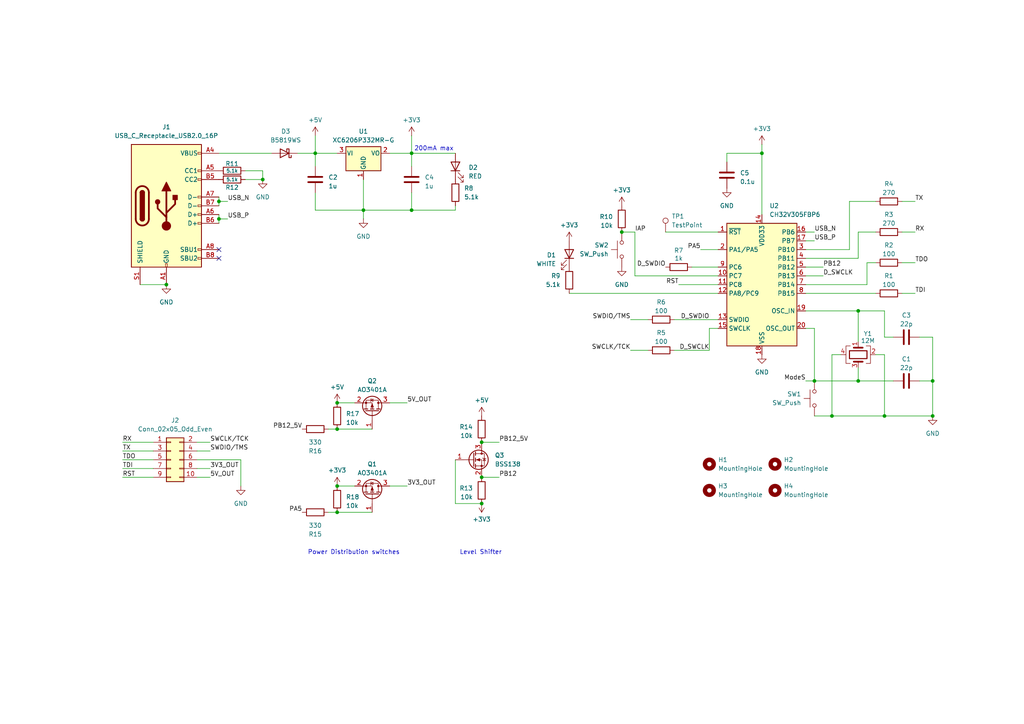
<source format=kicad_sch>
(kicad_sch (version 20231120) (generator "eeschema") (generator_version "8.0")
  (paper "A4")
  (title_block (title "WCH-LinkE-Mini") (rev "v1.3.0"))
  (lib_symbols
    (symbol "Connector:TestPoint" (pin_numbers hide) (pin_names (offset 0.762) hide)
      (property "Reference" "TP" (at 0 6.858 0))
      (property "Value" "TestPoint" (at 0 5.08 0))
      (symbol "TestPoint_0_1"
        (circle (center 0 3.302) (radius 0.762))
      )
      (symbol "TestPoint_1_1"
        (pin passive line (at 0 0 90) (length 2.54) (name "1") (number "1"))
      )
    )
    (symbol "Connector:USB_C_Receptacle_USB2.0_16P" (pin_names (offset 1.016))
      (property "Reference" "J" (at 0 22.225 0))
      (property "Value" "USB_C_Receptacle_USB2.0_16P" (at 0 19.685 0))
      (symbol "USB_C_Receptacle_USB2.0_16P_0_0"
        (rectangle (start -0.254 -17.78) (end 0.254 -16.764))
        (rectangle (start 10.16 -14.986) (end 9.144 -15.494))
        (rectangle (start 10.16 -12.446) (end 9.144 -12.954))
        (rectangle (start 10.16 -4.826) (end 9.144 -5.334))
        (rectangle (start 10.16 -2.286) (end 9.144 -2.794))
        (rectangle (start 10.16 0.254) (end 9.144 -0.254))
        (rectangle (start 10.16 2.794) (end 9.144 2.286))
        (rectangle (start 10.16 7.874) (end 9.144 7.366))
        (rectangle (start 10.16 10.414) (end 9.144 9.906))
        (rectangle (start 10.16 15.494) (end 9.144 14.986))
      )
      (symbol "USB_C_Receptacle_USB2.0_16P_0_1"
        (rectangle (start -10.16 17.78) (end 10.16 -17.78) (stroke (width 0.254)) (fill (type background)))
        (arc (start -8.89 -3.81) (mid -6.985 -5.7067) (end -5.08 -3.81) (stroke (width 0.508)))
        (arc (start -7.62 -3.81) (mid -6.985 -4.4423) (end -6.35 -3.81) (stroke (width 0.254)))
        (arc (start -7.62 -3.81) (mid -6.985 -4.4423) (end -6.35 -3.81) (stroke (width 0.254)) (fill (type outline)))
        (rectangle (start -7.62 -3.81) (end -6.35 3.81) (stroke (width 0.254)) (fill (type outline)))
        (arc (start -6.35 3.81) (mid -6.985 4.4423) (end -7.62 3.81) (stroke (width 0.254)))
        (arc (start -6.35 3.81) (mid -6.985 4.4423) (end -7.62 3.81) (stroke (width 0.254)) (fill (type outline)))
        (arc (start -5.08 3.81) (mid -6.985 5.7067) (end -8.89 3.81) (stroke (width 0.508)))
        (circle (center -2.54 1.143) (radius 0.635) (stroke (width 0.254)) (fill (type outline)))
        (circle (center 0 -5.842) (radius 1.27) (fill (type outline)))
        (polyline (pts (xy -8.89 -3.81) (xy -8.89 3.81)) (stroke (width 0.508)))
        (polyline (pts (xy -5.08 3.81) (xy -5.08 -3.81)) (stroke (width 0.508)))
        (polyline (pts (xy 0 -5.842) (xy 0 4.318)) (stroke (width 0.508)))
        (polyline (pts (xy 0 -3.302) (xy -2.54 -0.762) (xy -2.54 0.508)) (stroke (width 0.508)))
        (polyline (pts (xy 0 -2.032) (xy 2.54 0.508) (xy 2.54 1.778)) (stroke (width 0.508)))
        (polyline (pts (xy -1.27 4.318) (xy 0 6.858) (xy 1.27 4.318) (xy -1.27 4.318)) (stroke (width 0.254)) (fill (type outline)))
        (rectangle (start 1.905 1.778) (end 3.175 3.048) (stroke (width 0.254)) (fill (type outline)))
      )
      (symbol "USB_C_Receptacle_USB2.0_16P_1_1"
        (pin passive line (at 0 -22.86 90) (length 5.08) (name "GND") (number "A1"))
        (pin passive line (at 0 -22.86 90) (length 5.08) hide (name "GND") (number "A12"))
        (pin passive line (at 15.24 15.24 180) (length 5.08) (name "VBUS") (number "A4"))
        (pin bidirectional line (at 15.24 10.16 180) (length 5.08) (name "CC1") (number "A5"))
        (pin bidirectional line (at 15.24 -2.54 180) (length 5.08) (name "D+") (number "A6"))
        (pin bidirectional line (at 15.24 2.54 180) (length 5.08) (name "D-") (number "A7"))
        (pin bidirectional line (at 15.24 -12.7 180) (length 5.08) (name "SBU1") (number "A8"))
        (pin passive line (at 15.24 15.24 180) (length 5.08) hide (name "VBUS") (number "A9"))
        (pin passive line (at 0 -22.86 90) (length 5.08) hide (name "GND") (number "B1"))
        (pin passive line (at 0 -22.86 90) (length 5.08) hide (name "GND") (number "B12"))
        (pin passive line (at 15.24 15.24 180) (length 5.08) hide (name "VBUS") (number "B4"))
        (pin bidirectional line (at 15.24 7.62 180) (length 5.08) (name "CC2") (number "B5"))
        (pin bidirectional line (at 15.24 -5.08 180) (length 5.08) (name "D+") (number "B6"))
        (pin bidirectional line (at 15.24 0 180) (length 5.08) (name "D-") (number "B7"))
        (pin bidirectional line (at 15.24 -15.24 180) (length 5.08) (name "SBU2") (number "B8"))
        (pin passive line (at 15.24 15.24 180) (length 5.08) hide (name "VBUS") (number "B9"))
        (pin passive line (at -7.62 -22.86 90) (length 5.08) (name "SHIELD") (number "S1"))
      )
    )
    (symbol "Connector_Generic:Conn_02x05_Odd_Even" (pin_names (offset 1.016) hide)
      (property "Reference" "J" (at 1.27 7.62 0))
      (property "Value" "Conn_02x05_Odd_Even" (at 1.27 -7.62 0))
      (symbol "Conn_02x05_Odd_Even_1_1"
        (rectangle (start -1.27 -4.953) (end 0 -5.207) (stroke (width 0.1524)))
        (rectangle (start -1.27 -2.413) (end 0 -2.667) (stroke (width 0.1524)))
        (rectangle (start -1.27 0.127) (end 0 -0.127) (stroke (width 0.1524)))
        (rectangle (start -1.27 2.667) (end 0 2.413) (stroke (width 0.1524)))
        (rectangle (start -1.27 5.207) (end 0 4.953) (stroke (width 0.1524)))
        (rectangle (start -1.27 6.35) (end 3.81 -6.35) (stroke (width 0.254)) (fill (type background)))
        (rectangle (start 3.81 -4.953) (end 2.54 -5.207) (stroke (width 0.1524)))
        (rectangle (start 3.81 -2.413) (end 2.54 -2.667) (stroke (width 0.1524)))
        (rectangle (start 3.81 0.127) (end 2.54 -0.127) (stroke (width 0.1524)))
        (rectangle (start 3.81 2.667) (end 2.54 2.413) (stroke (width 0.1524)))
        (rectangle (start 3.81 5.207) (end 2.54 4.953) (stroke (width 0.1524)))
        (pin passive line (at -5.08 5.08 0) (length 3.81) (name "Pin_1") (number "1"))
        (pin passive line (at 7.62 -5.08 180) (length 3.81) (name "Pin_10") (number "10"))
        (pin passive line (at 7.62 5.08 180) (length 3.81) (name "Pin_2") (number "2"))
        (pin passive line (at -5.08 2.54 0) (length 3.81) (name "Pin_3") (number "3"))
        (pin passive line (at 7.62 2.54 180) (length 3.81) (name "Pin_4") (number "4"))
        (pin passive line (at -5.08 0 0) (length 3.81) (name "Pin_5") (number "5"))
        (pin passive line (at 7.62 0 180) (length 3.81) (name "Pin_6") (number "6"))
        (pin passive line (at -5.08 -2.54 0) (length 3.81) (name "Pin_7") (number "7"))
        (pin passive line (at 7.62 -2.54 180) (length 3.81) (name "Pin_8") (number "8"))
        (pin passive line (at -5.08 -5.08 0) (length 3.81) (name "Pin_9") (number "9"))
      )
    )
    (symbol "Device:C" (pin_numbers hide) (pin_names (offset 0.254))
      (property "Reference" "C" (at 0.635 2.54 0))
      (property "Value" "C" (at 0.635 -2.54 0))
      (symbol "C_0_1"
        (polyline (pts (xy -2.032 -0.762) (xy 2.032 -0.762)) (stroke (width 0.508)))
        (polyline (pts (xy -2.032 0.762) (xy 2.032 0.762)) (stroke (width 0.508)))
      )
      (symbol "C_1_1"
        (pin passive line (at 0 3.81 270) (length 2.794) (name "~") (number "1"))
        (pin passive line (at 0 -3.81 90) (length 2.794) (name "~") (number "2"))
      )
    )
    (symbol "Device:Crystal_GND24" (pin_names (offset 1.016) hide)
      (property "Reference" "Y" (at 3.175 5.08 0))
      (property "Value" "Crystal_GND24" (at 3.175 3.175 0))
      (symbol "Crystal_GND24_0_1"
        (rectangle (start -1.143 2.54) (end 1.143 -2.54) (stroke (width 0.3048)))
        (polyline (pts (xy -2.54 0) (xy -2.032 0)))
        (polyline (pts (xy -2.032 -1.27) (xy -2.032 1.27)) (stroke (width 0.508)))
        (polyline (pts (xy 0 -3.81) (xy 0 -3.556)))
        (polyline (pts (xy 0 3.556) (xy 0 3.81)))
        (polyline (pts (xy 2.032 -1.27) (xy 2.032 1.27)) (stroke (width 0.508)))
        (polyline (pts (xy 2.032 0) (xy 2.54 0)))
        (polyline (pts (xy -2.54 -2.286) (xy -2.54 -3.556) (xy 2.54 -3.556) (xy 2.54 -2.286)))
        (polyline (pts (xy -2.54 2.286) (xy -2.54 3.556) (xy 2.54 3.556) (xy 2.54 2.286)))
      )
      (symbol "Crystal_GND24_1_1"
        (pin passive line (at -3.81 0 0) (length 1.27) (name "1") (number "1"))
        (pin passive line (at 0 5.08 270) (length 1.27) (name "2") (number "2"))
        (pin passive line (at 3.81 0 180) (length 1.27) (name "3") (number "3"))
        (pin passive line (at 0 -5.08 90) (length 1.27) (name "4") (number "4"))
      )
    )
    (symbol "Device:D_Schottky" (pin_numbers hide) (pin_names (offset 1.016) hide)
      (property "Reference" "D" (at 0 2.54 0))
      (property "Value" "D_Schottky" (at 0 -2.54 0))
      (symbol "D_Schottky_0_1"
        (polyline (pts (xy 1.27 0) (xy -1.27 0)))
        (polyline (pts (xy 1.27 1.27) (xy 1.27 -1.27) (xy -1.27 0) (xy 1.27 1.27)) (stroke (width 0.254)))
        (polyline (pts (xy -1.905 0.635) (xy -1.905 1.27) (xy -1.27 1.27) (xy -1.27 -1.27) (xy -0.635 -1.27) (xy -0.635 -0.635)) (stroke (width 0.254)))
      )
      (symbol "D_Schottky_1_1"
        (pin passive line (at -3.81 0 0) (length 2.54) (name "K") (number "1"))
        (pin passive line (at 3.81 0 180) (length 2.54) (name "A") (number "2"))
      )
    )
    (symbol "Device:LED" (pin_numbers hide) (pin_names (offset 1.016) hide)
      (property "Reference" "D" (at 0 2.54 0))
      (property "Value" "LED" (at 0 -2.54 0))
      (symbol "LED_0_1"
        (polyline (pts (xy -1.27 -1.27) (xy -1.27 1.27)) (stroke (width 0.254)))
        (polyline (pts (xy -1.27 0) (xy 1.27 0)))
        (polyline (pts (xy 1.27 -1.27) (xy 1.27 1.27) (xy -1.27 0) (xy 1.27 -1.27)) (stroke (width 0.254)))
        (polyline (pts (xy -3.048 -0.762) (xy -4.572 -2.286) (xy -3.81 -2.286) (xy -4.572 -2.286) (xy -4.572 -1.524)))
        (polyline (pts (xy -1.778 -0.762) (xy -3.302 -2.286) (xy -2.54 -2.286) (xy -3.302 -2.286) (xy -3.302 -1.524)))
      )
      (symbol "LED_1_1"
        (pin passive line (at -3.81 0 0) (length 2.54) (name "K") (number "1"))
        (pin passive line (at 3.81 0 180) (length 2.54) (name "A") (number "2"))
      )
    )
    (symbol "Device:R" (pin_numbers hide) (pin_names (offset 0))
      (property "Reference" "R" (at 2.032 0 90))
      (property "Value" "R" (at 0 0 90))
      (symbol "R_0_1"
        (rectangle (start -1.016 -2.54) (end 1.016 2.54) (stroke (width 0.254)))
      )
      (symbol "R_1_1"
        (pin passive line (at 0 3.81 270) (length 1.27) (name "~") (number "1"))
        (pin passive line (at 0 -3.81 90) (length 1.27) (name "~") (number "2"))
      )
    )
    (symbol "MCU_WCH_CH32V3:CH32V30xFxPx"
      (property "Reference" "U" (at -10.16 20.32 0))
      (property "Value" "CH32V30xFxPx" (at 2.54 20.32 0))
      (symbol "CH32V30xFxPx_1_1"
        (rectangle (start -10.16 17.78) (end 10.16 -17.78) (stroke (width 0.254)) (fill (type background)))
        (pin input line (at -12.7 15.24 0) (length 2.54) (name "~{RST}") (number "1"))
        (pin bidirectional line (at -12.7 2.54 0) (length 2.54) (name "PC7") (number "10"))
        (pin bidirectional line (at -12.7 0 0) (length 2.54) (name "PC8") (number "11"))
        (pin bidirectional line (at -12.7 -2.54 0) (length 2.54) (name "PA8/PC9") (number "12"))
        (pin bidirectional line (at -12.7 -10.16 0) (length 2.54) (name "SWDIO") (number "13"))
        (pin power_in line (at 0 20.32 270) (length 2.54) (name "VDD33") (number "14"))
        (pin bidirectional line (at -12.7 -12.7 0) (length 2.54) (name "SWCLK") (number "15"))
        (pin bidirectional line (at 12.7 15.24 180) (length 2.54) (name "PB6") (number "16"))
        (pin bidirectional line (at 12.7 12.7 180) (length 2.54) (name "PB7") (number "17"))
        (pin power_in line (at 0 -20.32 90) (length 2.54) (name "VSS") (number "18"))
        (pin bidirectional line (at 12.7 -7.62 180) (length 2.54) (name "OSC_IN") (number "19"))
        (pin bidirectional line (at -12.7 10.16 0) (length 2.54) (name "PA1/PA5") (number "2"))
        (pin bidirectional line (at 12.7 -12.7 180) (length 2.54) (name "OSC_OUT") (number "20"))
        (pin bidirectional line (at 12.7 10.16 180) (length 2.54) (name "PB10") (number "3"))
        (pin bidirectional line (at 12.7 7.62 180) (length 2.54) (name "PB11") (number "4"))
        (pin bidirectional line (at 12.7 5.08 180) (length 2.54) (name "PB12") (number "5"))
        (pin bidirectional line (at 12.7 2.54 180) (length 2.54) (name "PB13") (number "6"))
        (pin bidirectional line (at 12.7 0 180) (length 2.54) (name "PB14") (number "7"))
        (pin bidirectional line (at 12.7 -2.54 180) (length 2.54) (name "PB15") (number "8"))
        (pin bidirectional line (at -12.7 5.08 0) (length 2.54) (name "PC6") (number "9"))
      )
    )
    (symbol "Mechanical:MountingHole" (pin_names (offset 1.016)) (exclude_from_sim yes) (in_bom no)
      (property "Reference" "H" (at 0 5.08 0))
      (property "Value" "MountingHole" (at 0 3.175 0))
      (symbol "MountingHole_0_1"
        (circle (center 0 0) (radius 1.27) (stroke (width 1.27)))
      )
    )
    (symbol "Regulator_Linear:XC6206PxxxMR" (pin_names (offset 0.254))
      (property "Reference" "U" (at -3.81 3.175 0))
      (property "Value" "XC6206PxxxMR" (at 0 3.175 0))
      (symbol "XC6206PxxxMR_0_1"
        (rectangle (start -5.08 1.905) (end 5.08 -5.08) (stroke (width 0.254)) (fill (type background)))
      )
      (symbol "XC6206PxxxMR_1_1"
        (pin power_in line (at 0 -7.62 90) (length 2.54) (name "GND") (number "1"))
        (pin power_out line (at 7.62 0 180) (length 2.54) (name "VO") (number "2"))
        (pin power_in line (at -7.62 0 0) (length 2.54) (name "VI") (number "3"))
      )
    )
    (symbol "Switch:SW_Push" (pin_numbers hide) (pin_names (offset 1.016) hide)
      (property "Reference" "SW" (at 1.27 2.54 0))
      (property "Value" "SW_Push" (at 0 -1.524 0))
      (symbol "SW_Push_0_1"
        (circle (center -2.032 0) (radius 0.508))
        (polyline (pts (xy 0 1.27) (xy 0 3.048)))
        (polyline (pts (xy 2.54 1.27) (xy -2.54 1.27)))
        (circle (center 2.032 0) (radius 0.508))
        (pin passive line (at -5.08 0 0) (length 2.54) (name "1") (number "1"))
        (pin passive line (at 5.08 0 180) (length 2.54) (name "2") (number "2"))
      )
    )
    (symbol "Transistor_FET:AO3401A" (pin_names hide)
      (property "Reference" "Q" (at 5.08 1.905 0))
      (property "Value" "AO3401A" (at 5.08 0 0))
      (symbol "AO3401A_0_1"
        (polyline (pts (xy 0.254 0) (xy -2.54 0)))
        (polyline (pts (xy 0.254 1.905) (xy 0.254 -1.905)) (stroke (width 0.254)))
        (polyline (pts (xy 0.762 -1.27) (xy 0.762 -2.286)) (stroke (width 0.254)))
        (polyline (pts (xy 0.762 0.508) (xy 0.762 -0.508)) (stroke (width 0.254)))
        (polyline (pts (xy 0.762 2.286) (xy 0.762 1.27)) (stroke (width 0.254)))
        (polyline (pts (xy 2.54 2.54) (xy 2.54 1.778)))
        (polyline (pts (xy 2.54 -2.54) (xy 2.54 0) (xy 0.762 0)))
        (polyline (pts (xy 0.762 1.778) (xy 3.302 1.778) (xy 3.302 -1.778) (xy 0.762 -1.778)))
        (polyline (pts (xy 2.286 0) (xy 1.27 0.381) (xy 1.27 -0.381) (xy 2.286 0)) (fill (type outline)))
        (polyline (pts (xy 2.794 -0.508) (xy 2.921 -0.381) (xy 3.683 -0.381) (xy 3.81 -0.254)))
        (polyline (pts (xy 3.302 -0.381) (xy 2.921 0.254) (xy 3.683 0.254) (xy 3.302 -0.381)))
        (circle (center 1.651 0) (radius 2.794) (stroke (width 0.254)))
        (circle (center 2.54 -1.778) (radius 0.254) (fill (type outline)))
        (circle (center 2.54 1.778) (radius 0.254) (fill (type outline)))
      )
      (symbol "AO3401A_1_1"
        (pin input line (at -5.08 0 0) (length 2.54) (name "G") (number "1"))
        (pin passive line (at 2.54 -5.08 90) (length 2.54) (name "S") (number "2"))
        (pin passive line (at 2.54 5.08 270) (length 2.54) (name "D") (number "3"))
      )
    )
    (symbol "Transistor_FET:BSS138" (pin_names hide)
      (property "Reference" "Q" (at 5.08 1.905 0))
      (property "Value" "BSS138" (at 5.08 0 0))
      (symbol "BSS138_0_1"
        (polyline (pts (xy 0.254 0) (xy -2.54 0)))
        (polyline (pts (xy 0.254 1.905) (xy 0.254 -1.905)) (stroke (width 0.254)))
        (polyline (pts (xy 0.762 -1.27) (xy 0.762 -2.286)) (stroke (width 0.254)))
        (polyline (pts (xy 0.762 0.508) (xy 0.762 -0.508)) (stroke (width 0.254)))
        (polyline (pts (xy 0.762 2.286) (xy 0.762 1.27)) (stroke (width 0.254)))
        (polyline (pts (xy 2.54 2.54) (xy 2.54 1.778)))
        (polyline (pts (xy 2.54 -2.54) (xy 2.54 0) (xy 0.762 0)))
        (polyline (pts (xy 0.762 -1.778) (xy 3.302 -1.778) (xy 3.302 1.778) (xy 0.762 1.778)))
        (polyline (pts (xy 1.016 0) (xy 2.032 0.381) (xy 2.032 -0.381) (xy 1.016 0)) (fill (type outline)))
        (polyline (pts (xy 2.794 0.508) (xy 2.921 0.381) (xy 3.683 0.381) (xy 3.81 0.254)))
        (polyline (pts (xy 3.302 0.381) (xy 2.921 -0.254) (xy 3.683 -0.254) (xy 3.302 0.381)))
        (circle (center 1.651 0) (radius 2.794) (stroke (width 0.254)))
        (circle (center 2.54 -1.778) (radius 0.254) (fill (type outline)))
        (circle (center 2.54 1.778) (radius 0.254) (fill (type outline)))
      )
      (symbol "BSS138_1_1"
        (pin input line (at -5.08 0 0) (length 2.54) (name "G") (number "1"))
        (pin passive line (at 2.54 -5.08 90) (length 2.54) (name "S") (number "2"))
        (pin passive line (at 2.54 5.08 270) (length 2.54) (name "D") (number "3"))
      )
    )
    (symbol "power:+3V3" (power) (pin_numbers hide) (pin_names (offset 0) hide)
      (property "Value" "+3V3" (at 0 3.556 0))
      (symbol "+3V3_0_1"
        (polyline (pts (xy -0.762 1.27) (xy 0 2.54)))
        (polyline (pts (xy 0 0) (xy 0 2.54)))
        (polyline (pts (xy 0 2.54) (xy 0.762 1.27)))
      )
      (symbol "+3V3_1_1"
        (pin power_in line (at 0 0 90) (length 0) (name "~") (number "1"))
      )
    )
    (symbol "power:+5V" (power) (pin_numbers hide) (pin_names (offset 0) hide)
      (property "Value" "+5V" (at 0 3.556 0))
      (symbol "+5V_0_1"
        (polyline (pts (xy -0.762 1.27) (xy 0 2.54)))
        (polyline (pts (xy 0 0) (xy 0 2.54)))
        (polyline (pts (xy 0 2.54) (xy 0.762 1.27)))
      )
      (symbol "+5V_1_1"
        (pin power_in line (at 0 0 90) (length 0) (name "~") (number "1"))
      )
    )
    (symbol "power:GND" (power) (pin_numbers hide) (pin_names (offset 0) hide)
      (property "Value" "GND" (at 0 -3.81 0))
      (symbol "GND_0_1"
        (polyline (pts (xy 0 0) (xy 0 -1.27) (xy 1.27 -1.27) (xy 0 -2.54) (xy -1.27 -1.27) (xy 0 -1.27)))
      )
      (symbol "GND_1_1"
        (pin power_in line (at 0 0 270) (length 0) (name "~") (number "1"))
      )
    )
  )
  (junction (at 105.41 60.96))
  (junction (at 97.79 140.97))
  (junction (at 97.79 148.59))
  (junction (at 236.22 110.49))
  (junction (at 270.51 120.65))
  (junction (at 63.5 58.42))
  (junction (at 91.44 44.45))
  (junction (at 48.26 82.55))
  (junction (at 220.98 44.45))
  (junction (at 97.79 124.46))
  (junction (at 139.7 146.05))
  (junction (at 63.5 63.5))
  (junction (at 119.38 44.45))
  (junction (at 76.2 52.07))
  (junction (at 270.51 110.49))
  (junction (at 139.7 128.27))
  (junction (at 97.79 116.84))
  (junction (at 248.92 110.49))
  (junction (at 256.54 120.65))
  (junction (at 180.34 67.31))
  (junction (at 119.38 60.96))
  (junction (at 248.92 90.17))
  (junction (at 139.7 138.43))
  (junction (at 241.3 120.65))
  (no_connect (at 63.5 72.39))
  (no_connect (at 63.5 74.93))
  (wire (pts (xy 132.08 59.69) (xy 132.08 60.96)))
  (wire (pts (xy 254 102.87) (xy 256.54 102.87)))
  (wire (pts (xy 91.44 44.45) (xy 97.79 44.45)))
  (wire (pts (xy 256.54 120.65) (xy 270.51 120.65)))
  (wire (pts (xy 220.98 44.45) (xy 220.98 62.23)))
  (wire (pts (xy 165.1 85.09) (xy 208.28 85.09)))
  (wire (pts (xy 233.68 110.49) (xy 236.22 110.49)))
  (wire (pts (xy 35.56 138.43) (xy 44.45 138.43)))
  (wire (pts (xy 184.15 67.31) (xy 180.34 67.31)))
  (wire (pts (xy 57.15 138.43) (xy 60.96 138.43)))
  (wire (pts (xy 97.79 116.84) (xy 102.87 116.84)))
  (wire (pts (xy 203.2 72.39) (xy 208.28 72.39)))
  (wire (pts (xy 119.38 55.88) (xy 119.38 60.96)))
  (wire (pts (xy 95.25 148.59) (xy 97.79 148.59)))
  (wire (pts (xy 113.03 44.45) (xy 119.38 44.45)))
  (wire (pts (xy 205.74 101.6) (xy 205.74 95.25)))
  (wire (pts (xy 35.56 135.89) (xy 44.45 135.89)))
  (wire (pts (xy 265.43 85.09) (xy 261.62 85.09)))
  (wire (pts (xy 132.08 146.05) (xy 139.7 146.05)))
  (wire (pts (xy 233.68 72.39) (xy 246.38 72.39)))
  (wire (pts (xy 236.22 110.49) (xy 248.92 110.49)))
  (wire (pts (xy 66.04 63.5) (xy 63.5 63.5)))
  (wire (pts (xy 236.22 95.25) (xy 233.68 95.25)))
  (wire (pts (xy 95.25 124.46) (xy 97.79 124.46)))
  (wire (pts (xy 256.54 102.87) (xy 256.54 120.65)))
  (wire (pts (xy 248.92 90.17) (xy 256.54 90.17)))
  (wire (pts (xy 105.41 63.5) (xy 105.41 60.96)))
  (wire (pts (xy 57.15 135.89) (xy 60.96 135.89)))
  (wire (pts (xy 119.38 44.45) (xy 132.08 44.45)))
  (wire (pts (xy 63.5 63.5) (xy 63.5 64.77)))
  (wire (pts (xy 60.96 128.27) (xy 57.15 128.27)))
  (wire (pts (xy 105.41 52.07) (xy 105.41 60.96)))
  (wire (pts (xy 63.5 62.23) (xy 63.5 63.5)))
  (wire (pts (xy 184.15 80.01) (xy 208.28 80.01)))
  (wire (pts (xy 97.79 124.46) (xy 107.95 124.46)))
  (wire (pts (xy 35.56 130.81) (xy 44.45 130.81)))
  (wire (pts (xy 113.03 140.97) (xy 118.11 140.97)))
  (wire (pts (xy 236.22 95.25) (xy 236.22 110.49)))
  (wire (pts (xy 256.54 97.79) (xy 259.08 97.79)))
  (wire (pts (xy 119.38 60.96) (xy 132.08 60.96)))
  (wire (pts (xy 248.92 106.68) (xy 248.92 110.49)))
  (wire (pts (xy 35.56 133.35) (xy 44.45 133.35)))
  (wire (pts (xy 241.3 102.87) (xy 241.3 120.65)))
  (wire (pts (xy 248.92 74.93) (xy 233.68 74.93)))
  (wire (pts (xy 57.15 133.35) (xy 69.85 133.35)))
  (wire (pts (xy 63.5 58.42) (xy 63.5 59.69)))
  (wire (pts (xy 236.22 67.31) (xy 233.68 67.31)))
  (wire (pts (xy 195.58 92.71) (xy 208.28 92.71)))
  (wire (pts (xy 241.3 120.65) (xy 256.54 120.65)))
  (wire (pts (xy 196.85 82.55) (xy 208.28 82.55)))
  (wire (pts (xy 246.38 58.42) (xy 246.38 72.39)))
  (wire (pts (xy 119.38 39.37) (xy 119.38 44.45)))
  (wire (pts (xy 76.2 52.07) (xy 71.12 52.07)))
  (wire (pts (xy 248.92 90.17) (xy 248.92 99.06)))
  (wire (pts (xy 35.56 128.27) (xy 44.45 128.27)))
  (wire (pts (xy 63.5 44.45) (xy 78.74 44.45)))
  (wire (pts (xy 63.5 57.15) (xy 63.5 58.42)))
  (wire (pts (xy 236.22 69.85) (xy 233.68 69.85)))
  (wire (pts (xy 210.82 44.45) (xy 220.98 44.45)))
  (wire (pts (xy 261.62 58.42) (xy 265.43 58.42)))
  (wire (pts (xy 119.38 44.45) (xy 119.38 48.26)))
  (wire (pts (xy 248.92 67.31) (xy 248.92 74.93)))
  (wire (pts (xy 236.22 120.65) (xy 241.3 120.65)))
  (wire (pts (xy 184.15 80.01) (xy 184.15 67.31)))
  (wire (pts (xy 270.51 97.79) (xy 270.51 110.49)))
  (wire (pts (xy 91.44 60.96) (xy 105.41 60.96)))
  (wire (pts (xy 254 76.2) (xy 251.46 76.2)))
  (wire (pts (xy 187.96 92.71) (xy 182.88 92.71)))
  (wire (pts (xy 97.79 148.59) (xy 107.95 148.59)))
  (wire (pts (xy 251.46 82.55) (xy 233.68 82.55)))
  (wire (pts (xy 66.04 58.42) (xy 63.5 58.42)))
  (wire (pts (xy 57.15 130.81) (xy 60.96 130.81)))
  (wire (pts (xy 91.44 39.37) (xy 91.44 44.45)))
  (wire (pts (xy 105.41 60.96) (xy 119.38 60.96)))
  (wire (pts (xy 144.78 138.43) (xy 139.7 138.43)))
  (wire (pts (xy 76.2 49.53) (xy 76.2 52.07)))
  (wire (pts (xy 256.54 90.17) (xy 256.54 97.79)))
  (wire (pts (xy 113.03 116.84) (xy 118.11 116.84)))
  (wire (pts (xy 270.51 97.79) (xy 266.7 97.79)))
  (wire (pts (xy 241.3 102.87) (xy 243.84 102.87)))
  (wire (pts (xy 91.44 55.88) (xy 91.44 60.96)))
  (wire (pts (xy 248.92 110.49) (xy 259.08 110.49)))
  (wire (pts (xy 246.38 58.42) (xy 254 58.42)))
  (wire (pts (xy 238.76 77.47) (xy 233.68 77.47)))
  (wire (pts (xy 40.64 82.55) (xy 48.26 82.55)))
  (wire (pts (xy 238.76 80.01) (xy 233.68 80.01)))
  (wire (pts (xy 205.74 95.25) (xy 208.28 95.25)))
  (wire (pts (xy 182.88 101.6) (xy 187.96 101.6)))
  (wire (pts (xy 69.85 133.35) (xy 69.85 140.97)))
  (wire (pts (xy 270.51 110.49) (xy 266.7 110.49)))
  (wire (pts (xy 195.58 101.6) (xy 205.74 101.6)))
  (wire (pts (xy 193.04 67.31) (xy 208.28 67.31)))
  (wire (pts (xy 91.44 44.45) (xy 91.44 48.26)))
  (wire (pts (xy 76.2 49.53) (xy 71.12 49.53)))
  (wire (pts (xy 220.98 41.91) (xy 220.98 44.45)))
  (wire (pts (xy 97.79 140.97) (xy 102.87 140.97)))
  (wire (pts (xy 251.46 76.2) (xy 251.46 82.55)))
  (wire (pts (xy 261.62 76.2) (xy 265.43 76.2)))
  (wire (pts (xy 132.08 133.35) (xy 132.08 146.05)))
  (wire (pts (xy 200.66 77.47) (xy 208.28 77.47)))
  (wire (pts (xy 86.36 44.45) (xy 91.44 44.45)))
  (wire (pts (xy 254 67.31) (xy 248.92 67.31)))
  (wire (pts (xy 270.51 110.49) (xy 270.51 120.65)))
  (wire (pts (xy 144.78 128.27) (xy 139.7 128.27)))
  (wire (pts (xy 233.68 90.17) (xy 248.92 90.17)))
  (wire (pts (xy 210.82 44.45) (xy 210.82 46.99)))
  (wire (pts (xy 254 85.09) (xy 233.68 85.09)))
  (wire (pts (xy 261.62 67.31) (xy 265.43 67.31)))
  (text "Power Distribution switches" (at 102.616 160.274 0) (effects (font (size 1.27 1.27))))
  (text "Level Shifter" (at 139.446 160.274 0) (effects (font (size 1.27 1.27))))
  (text "200mA max" (at 120.142 43.18 0) (effects (font (size 1.27 1.27)) (justify left)))
  (label "D_SWDIO" (at 193.04 77.47 180))
  (label "SWDIO{slash}TMS" (at 182.88 92.71 180))
  (label "PB12_5V" (at 144.78 128.27 0))
  (label "RST" (at 35.56 138.43 0))
  (label "SWCLK{slash}TCK" (at 182.88 101.6 180))
  (label "ModeS" (at 233.68 110.49 180))
  (label "USB_N" (at 66.04 58.42 0))
  (label "RST" (at 196.85 82.55 180))
  (label "D_SWDIO" (at 205.74 92.71 180))
  (label "5V_OUT" (at 118.11 116.84 0))
  (label "PA5" (at 87.63 148.59 180))
  (label "TX" (at 265.43 58.42 0))
  (label "PB12" (at 238.76 77.47 0))
  (label "USB_N" (at 236.22 67.31 0))
  (label "TDO" (at 35.56 133.35 0))
  (label "RX" (at 265.43 67.31 0))
  (label "TX" (at 35.56 130.81 0))
  (label "USB_P" (at 236.22 69.85 0))
  (label "RX" (at 35.56 128.27 0))
  (label "3V3_OUT" (at 118.11 140.97 0))
  (label "USB_P" (at 66.04 63.5 0))
  (label "SWCLK{slash}TCK" (at 60.96 128.27 0))
  (label "TDI" (at 265.43 85.09 0))
  (label "D_SWCLK" (at 205.74 101.6 180))
  (label "D_SWCLK" (at 238.76 80.01 0))
  (label "PA5" (at 203.2 72.39 180))
  (label "PB12" (at 144.78 138.43 0))
  (label "PB12_5V" (at 87.63 124.46 180))
  (label "IAP" (at 184.15 67.31 0))
  (label "TDO" (at 265.43 76.2 0))
  (label "TDI" (at 35.56 135.89 0))
  (label "3V3_OUT" (at 60.96 135.89 0))
  (label "SWDIO{slash}TMS" (at 60.96 130.81 0))
  (label "5V_OUT" (at 60.96 138.43 0))
  (symbol (lib_id "Device:R") (at 257.81 67.31 90) (mirror x) (unit 1)
    (property "Reference" "R3" (at 257.81 62.23 90))
    (property "Value" "270" (at 257.81 64.77 90))
    (property "Footprint" "Resistor_SMD:R_0603_1608Metric" (effects (hide yes)))
    (property "LCSC" "C22966" (effects (hide yes)))
  )
  (symbol (lib_id "Transistor_FET:BSS138") (at 137.16 133.35 0) (unit 1)
    (property "Reference" "Q3" (at 143.51 132.0799 0) (effects (justify left)))
    (property "Value" "BSS138" (at 143.51 134.6199 0) (effects (justify left)))
    (property "Footprint" "Package_TO_SOT_SMD:SOT-23" (effects (hide yes)))
    (property "Datasheet" "https://www.onsemi.com/pub/Collateral/BSS138-D.PDF" (effects (hide yes)))
    (property "Description" "50V Vds, 0.22A Id, N-Channel MOSFET, SOT-23" (effects (hide yes)))
    (property "LCSC" "C7420339" (effects (hide yes)))
  )
  (symbol (lib_id "Device:R") (at 132.08 55.88 0) (unit 1)
    (property "Reference" "R8" (at 134.62 54.61 0) (effects (justify left)))
    (property "Value" "5.1k" (at 134.62 57.15 0) (effects (justify left)))
    (property "Footprint" "Resistor_SMD:R_0402_1005Metric" (effects (hide yes)))
    (property "LCSC" "C25905" (effects (hide yes)))
  )
  (symbol (lib_id "Device:C") (at 262.89 110.49 270) (unit 1)
    (property "Reference" "C1" (at 262.89 104.14 90))
    (property "Value" "22p" (at 262.89 106.68 90))
    (property "Footprint" "Capacitor_SMD:C_0402_1005Metric" (effects (hide yes)))
    (property "LCSC" "C1555" (effects (hide yes)))
  )
  (symbol (lib_id "Device:R") (at 196.85 77.47 90) (unit 1)
    (property "Reference" "R7" (at 196.85 72.644 90))
    (property "Value" "1k" (at 196.85 74.93 90))
    (property "Footprint" "Resistor_SMD:R_0402_1005Metric" (effects (hide yes)))
    (property "LCSC" "C11702" (effects (hide yes)))
  )
  (symbol (lib_id "Connector:TestPoint") (at 193.04 67.31 0) (unit 1) (in_bom no)
    (property "Reference" "TP1" (at 194.818 62.738 0) (effects (justify left)))
    (property "Value" "TestPoint" (at 194.818 65.278 0) (effects (justify left)))
    (property "Footprint" "TestPoint:TestPoint_Pad_D1.5mm" (effects (hide yes)))
    (property "Description" "test point" (effects (hide yes)))
  )
  (symbol (lib_id "Device:C") (at 262.89 97.79 270) (unit 1)
    (property "Reference" "C3" (at 262.89 91.44 90))
    (property "Value" "22p" (at 262.89 93.98 90))
    (property "Footprint" "Capacitor_SMD:C_0402_1005Metric" (effects (hide yes)))
    (property "LCSC" "C1555" (effects (hide yes)))
  )
  (symbol (lib_id "Device:R") (at 139.7 124.46 0) (mirror y) (unit 1)
    (property "Reference" "R14" (at 137.16 123.825 0) (effects (justify left)))
    (property "Value" "10k" (at 137.16 126.365 0) (effects (justify left)))
    (property "Footprint" "Resistor_SMD:R_0402_1005Metric" (effects (hide yes)))
    (property "LCSC" "C25744" (effects (hide yes)))
  )
  (symbol (lib_id "power:GND") (at 48.26 82.55 0) (unit 1)
    (property "Reference" "#PWR05" (effects (hide yes)))
    (property "Value" "GND" (at 48.26 87.63 0))
  )
  (symbol (lib_id "power:+3V3") (at 119.38 39.37 0) (unit 1)
    (property "Reference" "#PWR018" (effects (hide yes)))
    (property "Value" "+3V3" (at 119.38 34.798 0))
    (property "Description" "Power symbol creates a global label with name \"+3V3\"" (effects (hide yes)))
  )
  (symbol (lib_id "power:GND") (at 210.82 54.61 0) (unit 1)
    (property "Reference" "#PWR010" (effects (hide yes)))
    (property "Value" "GND" (at 210.82 59.69 0))
    (property "Description" "Power symbol creates a global label with name \"GND\" , ground" (effects (hide yes)))
  )
  (symbol (lib_id "Device:R") (at 67.31 49.53 270) (unit 1)
    (property "Reference" "R11" (at 67.31 47.498 90))
    (property "Value" "5.1k" (at 67.31 49.53 90) (effects (font (size 1.016 1.016))))
    (property "Footprint" "Resistor_SMD:R_0402_1005Metric" (effects (hide yes)))
    (property "LCSC" "C25905" (effects (hide yes)))
  )
  (symbol (lib_id "Device:R") (at 67.31 52.07 270) (unit 1)
    (property "Reference" "R12" (at 67.31 54.356 90))
    (property "Value" "5.1k" (at 67.31 52.07 90) (effects (font (size 1.016 1.016))))
    (property "Footprint" "Resistor_SMD:R_0402_1005Metric" (effects (hide yes)))
    (property "LCSC" "C25905" (effects (hide yes)))
  )
  (symbol (lib_id "Transistor_FET:AO3401A") (at 107.95 119.38 270) (mirror x) (unit 1)
    (property "Reference" "Q2" (at 107.95 110.49 90))
    (property "Value" "AO3401A" (at 107.95 113.03 90))
    (property "Footprint" "Package_TO_SOT_SMD:SOT-23" (effects (hide yes)))
    (property "Datasheet" "http://www.aosmd.com/pdfs/datasheet/AO3401A.pdf" (effects (hide yes)))
    (property "Description" "-4.0A Id, -30V Vds, P-Channel MOSFET, SOT-23" (effects (hide yes)))
    (property "LCSC" "C15127" (effects (hide yes)))
  )
  (symbol (lib_id "power:GND") (at 105.41 63.5 0) (unit 1)
    (property "Reference" "#PWR016" (effects (hide yes)))
    (property "Value" "GND" (at 105.41 68.58 0))
    (property "Description" "Power symbol creates a global label with name \"GND\" , ground" (effects (hide yes)))
  )
  (symbol (lib_id "Mechanical:MountingHole") (at 205.74 142.24 0) (unit 1) (exclude_from_sim yes) (in_bom no)
    (property "Reference" "H3" (at 208.28 140.9699 0) (effects (justify left)))
    (property "Value" "MountingHole" (at 208.28 143.5099 0) (effects (justify left)))
    (property "Footprint" "Tooling_Hole:Tooling_Hole" (effects (hide yes)))
    (property "Description" "Mounting Hole without connection" (effects (hide yes)))
  )
  (symbol (lib_id "Switch:SW_Push") (at 236.22 115.57 90) (mirror x) (unit 1)
    (property "Reference" "SW1" (at 232.41 114.3 90) (effects (justify left)))
    (property "Value" "SW_Push" (at 232.41 116.84 90) (effects (justify left)))
    (property "Footprint" "Switch:TS-1088-AR02016" (effects (hide yes)))
    (property "LCSC" "C720477" (effects (hide yes)))
  )
  (symbol (lib_id "power:GND") (at 180.34 77.47 0) (unit 1)
    (property "Reference" "#PWR01" (effects (hide yes)))
    (property "Value" "GND" (at 180.34 82.55 0))
    (property "Description" "Power symbol creates a global label with name \"GND\" , ground" (effects (hide yes)))
  )
  (symbol (lib_id "power:+3V3") (at 97.79 140.97 0) (mirror y) (unit 1)
    (property "Reference" "#PWR09" (effects (hide yes)))
    (property "Value" "+3V3" (at 97.79 136.398 0))
    (property "Description" "Power symbol creates a global label with name \"+3V3\"" (effects (hide yes)))
  )
  (symbol (lib_id "power:+5V") (at 91.44 39.37 0) (unit 1)
    (property "Reference" "#PWR012" (effects (hide yes)))
    (property "Value" "+5V" (at 91.44 34.798 0))
    (property "Description" "Power symbol creates a global label with name \"+5V\"" (effects (hide yes)))
  )
  (symbol (lib_id "Connector_Generic:Conn_02x05_Odd_Even") (at 49.53 133.35 0) (unit 1) (in_bom no)
    (property "Reference" "J2" (at 50.8 121.92 0))
    (property "Value" "Conn_02x05_Odd_Even" (at 50.8 124.46 0))
    (property "Footprint" "Connector:PinHeader_2x05_P2.54mm_Horizontal_SMD" (effects (hide yes)))
    (property "Description" "Generic connector, double row, 02x05, odd/even pin numbering scheme (row 1 odd numbers, row 2 even numbers), script generated (kicad-library-utils/schlib/autogen/connector/)" (effects (hide yes)))
  )
  (symbol (lib_id "Device:C") (at 210.82 50.8 0) (unit 1)
    (property "Reference" "C5" (at 214.63 50.165 0) (effects (justify left)))
    (property "Value" "0.1u" (at 214.63 52.705 0) (effects (justify left)))
    (property "Footprint" "Capacitor_SMD:C_0402_1005Metric" (effects (hide yes)))
    (property "LCSC" "C1525" (effects (hide yes)))
  )
  (symbol (lib_id "Device:C") (at 91.44 52.07 0) (unit 1)
    (property "Reference" "C2" (at 95.25 51.435 0) (effects (justify left)))
    (property "Value" "1u" (at 95.25 53.975 0) (effects (justify left)))
    (property "Footprint" "Capacitor_SMD:C_0402_1005Metric" (effects (hide yes)))
    (property "LCSC" "C52923" (effects (hide yes)))
  )
  (symbol (lib_id "power:+3V3") (at 139.7 146.05 0) (mirror x) (unit 1)
    (property "Reference" "#PWR015" (effects (hide yes)))
    (property "Value" "+3V3" (at 139.7 150.622 0))
    (property "Description" "Power symbol creates a global label with name \"+3V3\"" (effects (hide yes)))
  )
  (symbol (lib_id "power:+3V3") (at 180.34 59.69 0) (unit 1)
    (property "Reference" "#PWR02" (effects (hide yes)))
    (property "Value" "+3V3" (at 180.34 55.118 0))
    (property "Description" "Power symbol creates a global label with name \"+3V3\"" (effects (hide yes)))
  )
  (symbol (lib_id "Device:D_Schottky") (at 82.55 44.45 180) (unit 1)
    (property "Reference" "D3" (at 82.8675 38.1 0))
    (property "Value" "B5819WS" (at 82.8675 40.64 0))
    (property "Footprint" "Diode_SMD:D_SOD-323" (effects (hide yes)))
    (property "Datasheet" "https://www.lcsc.com/datasheet/lcsc_datasheet_2407291648_MDD-Microdiode-Semiconductor-B5819WS_C64886.pdf" (effects (hide yes)))
    (property "Description" "Schottky diode" (effects (hide yes)))
    (property "LCSC" "C64886" (effects (hide yes)))
  )
  (symbol (lib_id "Mechanical:MountingHole") (at 224.79 142.24 0) (unit 1) (exclude_from_sim yes) (in_bom no)
    (property "Reference" "H4" (at 227.33 140.9699 0) (effects (justify left)))
    (property "Value" "MountingHole" (at 227.33 143.5099 0) (effects (justify left)))
    (property "Footprint" "Tooling_Hole:Tooling_Hole" (effects (hide yes)))
    (property "Description" "Mounting Hole without connection" (effects (hide yes)))
  )
  (symbol (lib_id "Device:LED") (at 132.08 48.26 90) (unit 1)
    (property "Reference" "D2" (at 135.89 48.5775 90) (effects (justify right)))
    (property "Value" "RED" (at 135.89 51.1175 90) (effects (justify right)))
    (property "Footprint" "LED_SMD:LED_0603_1608Metric" (effects (hide yes)))
    (property "LCSC" "C2286" (effects (hide yes)))
  )
  (symbol (lib_id "Switch:SW_Push") (at 180.34 72.39 90) (mirror x) (unit 1)
    (property "Reference" "SW2" (at 176.53 71.12 90) (effects (justify left)))
    (property "Value" "SW_Push" (at 176.53 73.66 90) (effects (justify left)))
    (property "Footprint" "Switch:TS-1088-AR02016" (effects (hide yes)))
    (property "LCSC" "C720477" (effects (hide yes)))
  )
  (symbol (lib_id "Transistor_FET:AO3401A") (at 107.95 143.51 270) (mirror x) (unit 1)
    (property "Reference" "Q1" (at 107.95 134.62 90))
    (property "Value" "AO3401A" (at 107.95 137.16 90))
    (property "Footprint" "Package_TO_SOT_SMD:SOT-23" (effects (hide yes)))
    (property "Datasheet" "http://www.aosmd.com/pdfs/datasheet/AO3401A.pdf" (effects (hide yes)))
    (property "Description" "-4.0A Id, -30V Vds, P-Channel MOSFET, SOT-23" (effects (hide yes)))
    (property "LCSC" "C15127" (effects (hide yes)))
  )
  (symbol (lib_id "Device:C") (at 119.38 52.07 0) (unit 1)
    (property "Reference" "C4" (at 123.19 51.435 0) (effects (justify left)))
    (property "Value" "1u" (at 123.19 53.975 0) (effects (justify left)))
    (property "Footprint" "Capacitor_SMD:C_0402_1005Metric" (effects (hide yes)))
    (property "LCSC" "C52923" (effects (hide yes)))
  )
  (symbol (lib_id "power:GND") (at 220.98 102.87 0) (unit 1)
    (property "Reference" "#PWR011" (effects (hide yes)))
    (property "Value" "GND" (at 220.98 107.95 0))
    (property "Description" "Power symbol creates a global label with name \"GND\" , ground" (effects (hide yes)))
  )
  (symbol (lib_id "power:GND") (at 76.2 52.07 0) (unit 1)
    (property "Reference" "#PWR014" (effects (hide yes)))
    (property "Value" "GND" (at 76.2 57.15 0))
  )
  (symbol (lib_id "Mechanical:MountingHole") (at 224.79 134.62 0) (unit 1) (exclude_from_sim yes) (in_bom no)
    (property "Reference" "H2" (at 227.33 133.3499 0) (effects (justify left)))
    (property "Value" "MountingHole" (at 227.33 135.8899 0) (effects (justify left)))
    (property "Footprint" "Tooling_Hole:Tooling_Hole" (effects (hide yes)))
    (property "Description" "Mounting Hole without connection" (effects (hide yes)))
  )
  (symbol (lib_id "Device:Crystal_GND24") (at 248.92 102.87 270) (unit 1)
    (property "Reference" "Y1" (at 251.714 96.774 90))
    (property "Value" "12M" (at 251.714 98.806 90))
    (property "Footprint" "Crystal:Crystal_SMD_3225-4Pin_3.2x2.5mm" (effects (hide yes)))
    (property "Description" "Four pin crystal, GND on pins 2 and 4" (effects (hide yes)))
    (property "LCSC" "C9002" (effects (hide yes)))
  )
  (symbol (lib_id "Connector:USB_C_Receptacle_USB2.0_16P") (at 48.26 59.69 0) (unit 1)
    (property "Reference" "J1" (at 48.26 36.83 0))
    (property "Value" "USB_C_Receptacle_USB2.0_16P" (at 48.26 39.37 0))
    (property "Footprint" "USB:USB_C_Receptacle" (effects (hide yes)))
    (property "Datasheet" "https://www.usb.org/sites/default/files/documents/usb_type-c.zip" (effects (hide yes)))
    (property "Description" "USB 2.0-only 16P Type-C Receptacle connector" (effects (hide yes)))
    (property "LCSC" "C2988369" (effects (hide yes)))
    (property "JLCPCB Position Offset" "0, 1" (effects (hide yes)))
  )
  (symbol (lib_id "power:+5V") (at 97.79 116.84 0) (unit 1)
    (property "Reference" "#PWR06" (effects (hide yes)))
    (property "Value" "+5V" (at 97.79 112.268 0))
    (property "Description" "Power symbol creates a global label with name \"+5V\"" (effects (hide yes)))
  )
  (symbol (lib_id "Device:R") (at 257.81 58.42 90) (mirror x) (unit 1)
    (property "Reference" "R4" (at 257.81 53.34 90))
    (property "Value" "270" (at 257.81 55.88 90))
    (property "Footprint" "Resistor_SMD:R_0603_1608Metric" (effects (hide yes)))
    (property "LCSC" "C22966" (effects (hide yes)))
  )
  (symbol (lib_id "Device:R") (at 191.77 92.71 270) (unit 1)
    (property "Reference" "R6" (at 191.77 87.63 90))
    (property "Value" "100" (at 191.77 90.17 90))
    (property "Footprint" "Resistor_SMD:R_0402_1005Metric" (effects (hide yes)))
    (property "LCSC" "C25076" (effects (hide yes)))
  )
  (symbol (lib_id "Device:R") (at 97.79 120.65 0) (unit 1)
    (property "Reference" "R17" (at 100.33 120.015 0) (effects (justify left)))
    (property "Value" "10k" (at 100.33 122.555 0) (effects (justify left)))
    (property "Footprint" "Resistor_SMD:R_0402_1005Metric" (effects (hide yes)))
    (property "LCSC" "C25744" (effects (hide yes)))
  )
  (symbol (lib_id "power:+5V") (at 139.7 120.65 0) (unit 1)
    (property "Reference" "#PWR013" (effects (hide yes)))
    (property "Value" "+5V" (at 139.7 116.078 0))
    (property "Description" "Power symbol creates a global label with name \"+5V\"" (effects (hide yes)))
  )
  (symbol (lib_id "Device:R") (at 91.44 124.46 270) (mirror x) (unit 1)
    (property "Reference" "R16" (at 91.44 130.81 90))
    (property "Value" "330" (at 91.44 128.27 90))
    (property "Footprint" "Resistor_SMD:R_0402_1005Metric" (effects (hide yes)))
    (property "LCSC" "C25104" (effects (hide yes)))
  )
  (symbol (lib_id "MCU_WCH_CH32V3:CH32V30xFxPx") (at 220.98 82.55 0) (unit 1)
    (property "Reference" "U2" (at 223.1741 59.69 0) (effects (justify left)))
    (property "Value" "CH32V305FBP6" (at 223.1741 62.23 0) (effects (justify left)))
    (property "Footprint" "Package_SO:TSSOP-20_4.4x6.5mm_P0.65mm" (effects (hide yes)))
    (property "Datasheet" "http://www.wch-ic.com/products/CH32V307.html?" (effects (hide yes)))
    (property "Description" "The CH32V303/5/7 is an connectivity MCUs based on 32-bit RISC-V core." (effects (hide yes)))
    (property "LCSC" "C5123443" (effects (hide yes)))
  )
  (symbol (lib_id "Device:R") (at 191.77 101.6 270) (unit 1)
    (property "Reference" "R5" (at 191.77 96.52 90))
    (property "Value" "100" (at 191.77 99.06 90))
    (property "Footprint" "Resistor_SMD:R_0402_1005Metric" (effects (hide yes)))
    (property "LCSC" "C25076" (effects (hide yes)))
  )
  (symbol (lib_id "Device:LED") (at 165.1 73.66 270) (mirror x) (unit 1)
    (property "Reference" "D1" (at 161.29 73.9775 90) (effects (justify right)))
    (property "Value" "WHITE" (at 161.29 76.5175 90) (effects (justify right)))
    (property "Footprint" "LED_SMD:LED_0603_1608Metric" (effects (hide yes)))
    (property "LCSC" "C2290" (effects (hide yes)))
  )
  (symbol (lib_id "power:+3V3") (at 165.1 69.85 0) (unit 1)
    (property "Reference" "#PWR04" (effects (hide yes)))
    (property "Value" "+3V3" (at 165.1 65.278 0))
    (property "Description" "Power symbol creates a global label with name \"+3V3\"" (effects (hide yes)))
  )
  (symbol (lib_id "Device:R") (at 257.81 76.2 90) (mirror x) (unit 1)
    (property "Reference" "R2" (at 257.81 71.12 90))
    (property "Value" "100" (at 257.81 73.66 90))
    (property "Footprint" "Resistor_SMD:R_0402_1005Metric" (effects (hide yes)))
    (property "LCSC" "C25076" (effects (hide yes)))
  )
  (symbol (lib_id "Device:R") (at 165.1 81.28 0) (mirror y) (unit 1)
    (property "Reference" "R9" (at 162.56 80.01 0) (effects (justify left)))
    (property "Value" "5.1k" (at 162.56 82.55 0) (effects (justify left)))
    (property "Footprint" "Resistor_SMD:R_0402_1005Metric" (effects (hide yes)))
    (property "LCSC" "C25905" (effects (hide yes)))
  )
  (symbol (lib_id "Device:R") (at 139.7 142.24 0) (mirror y) (unit 1)
    (property "Reference" "R13" (at 137.16 141.605 0) (effects (justify left)))
    (property "Value" "10k" (at 137.16 144.145 0) (effects (justify left)))
    (property "Footprint" "Resistor_SMD:R_0402_1005Metric" (effects (hide yes)))
    (property "LCSC" "C25744" (effects (hide yes)))
  )
  (symbol (lib_id "Mechanical:MountingHole") (at 205.74 134.62 0) (unit 1) (exclude_from_sim yes) (in_bom no)
    (property "Reference" "H1" (at 208.28 133.3499 0) (effects (justify left)))
    (property "Value" "MountingHole" (at 208.28 135.8899 0) (effects (justify left)))
    (property "Footprint" "Tooling_Hole:Tooling_Hole" (effects (hide yes)))
    (property "Description" "Mounting Hole without connection" (effects (hide yes)))
  )
  (symbol (lib_id "Device:R") (at 91.44 148.59 270) (mirror x) (unit 1)
    (property "Reference" "R15" (at 91.44 154.94 90))
    (property "Value" "330" (at 91.44 152.4 90))
    (property "Footprint" "Resistor_SMD:R_0402_1005Metric" (effects (hide yes)))
    (property "LCSC" "C25104" (effects (hide yes)))
  )
  (symbol (lib_id "Device:R") (at 257.81 85.09 90) (mirror x) (unit 1)
    (property "Reference" "R1" (at 257.81 80.01 90))
    (property "Value" "100" (at 257.81 82.55 90))
    (property "Footprint" "Resistor_SMD:R_0402_1005Metric" (effects (hide yes)))
    (property "LCSC" "C25076" (effects (hide yes)))
  )
  (symbol (lib_id "Regulator_Linear:XC6206PxxxMR") (at 105.41 44.45 0) (unit 1)
    (property "Reference" "U1" (at 105.41 38.1 0))
    (property "Value" "XC6206P332MR-G" (at 105.41 40.64 0))
    (property "Footprint" "Package_TO_SOT_SMD:SOT-23-3" (effects (hide yes)))
    (property "Datasheet" "https://www.torexsemi.com/file/xc6206/XC6206.pdf" (effects (hide yes)))
    (property "Description" "Positive 60-250mA Low Dropout Regulator, Fixed Output, SOT-23" (effects (hide yes)))
    (property "LCSC" "C5446" (effects (hide yes)))
  )
  (symbol (lib_id "Device:R") (at 180.34 63.5 0) (mirror y) (unit 1)
    (property "Reference" "R10" (at 177.8 62.865 0) (effects (justify left)))
    (property "Value" "10k" (at 177.8 65.405 0) (effects (justify left)))
    (property "Footprint" "Resistor_SMD:R_0402_1005Metric" (effects (hide yes)))
    (property "LCSC" "C25744" (effects (hide yes)))
  )
  (symbol (lib_id "power:GND") (at 69.85 140.97 0) (unit 1)
    (property "Reference" "#PWR07" (effects (hide yes)))
    (property "Value" "GND" (at 69.85 146.05 0))
    (property "Description" "Power symbol creates a global label with name \"GND\" , ground" (effects (hide yes)))
  )
  (symbol (lib_id "Device:R") (at 97.79 144.78 0) (unit 1)
    (property "Reference" "R18" (at 100.33 144.145 0) (effects (justify left)))
    (property "Value" "10k" (at 100.33 146.685 0) (effects (justify left)))
    (property "Footprint" "Resistor_SMD:R_0402_1005Metric" (effects (hide yes)))
    (property "LCSC" "C25744" (effects (hide yes)))
  )
  (symbol (lib_id "power:+3V3") (at 220.98 41.91 0) (unit 1)
    (property "Reference" "#PWR08" (effects (hide yes)))
    (property "Value" "+3V3" (at 220.98 37.338 0))
    (property "Description" "Power symbol creates a global label with name \"+3V3\"" (effects (hide yes)))
  )
  (symbol (lib_id "power:GND") (at 270.51 120.65 0) (unit 1)
    (property "Reference" "#PWR03" (effects (hide yes)))
    (property "Value" "GND" (at 270.51 125.73 0))
    (property "Description" "Power symbol creates a global label with name \"GND\" , ground" (effects (hide yes)))
  )
)
</source>
